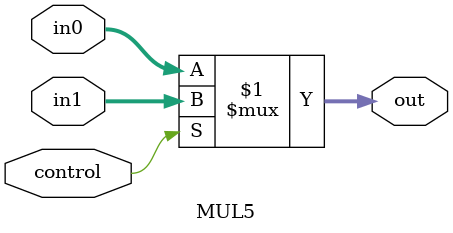
<source format=v>
 module MUL5
(
    input control,
    input [4:0] in0,
    input [4:0] in1,
    output [4:0] out
);

    assign out = control ? in1 : in0;

endmodule
</source>
